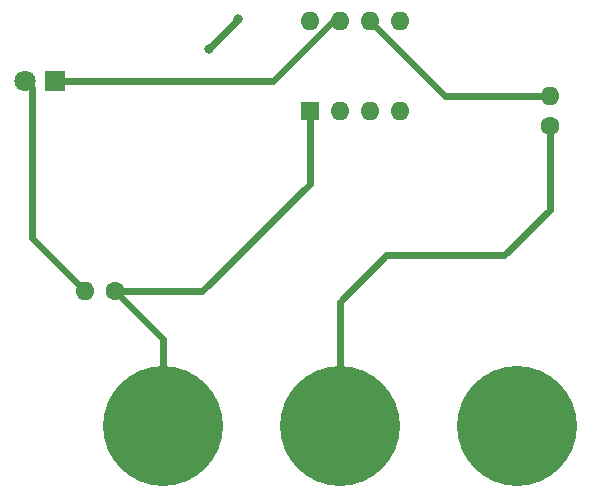
<source format=gbr>
%TF.GenerationSoftware,KiCad,Pcbnew,(5.1.6)-1*%
%TF.CreationDate,2020-06-23T22:38:07-07:00*%
%TF.ProjectId,tutorial1,7475746f-7269-4616-9c31-2e6b69636164,rev?*%
%TF.SameCoordinates,Original*%
%TF.FileFunction,Copper,L1,Top*%
%TF.FilePolarity,Positive*%
%FSLAX46Y46*%
G04 Gerber Fmt 4.6, Leading zero omitted, Abs format (unit mm)*
G04 Created by KiCad (PCBNEW (5.1.6)-1) date 2020-06-23 22:38:07*
%MOMM*%
%LPD*%
G01*
G04 APERTURE LIST*
%TA.AperFunction,ComponentPad*%
%ADD10O,1.600000X1.600000*%
%TD*%
%TA.AperFunction,ComponentPad*%
%ADD11R,1.600000X1.600000*%
%TD*%
%TA.AperFunction,ComponentPad*%
%ADD12C,1.600000*%
%TD*%
%TA.AperFunction,ComponentPad*%
%ADD13C,10.160000*%
%TD*%
%TA.AperFunction,ComponentPad*%
%ADD14C,1.800000*%
%TD*%
%TA.AperFunction,ComponentPad*%
%ADD15R,1.800000X1.800000*%
%TD*%
%TA.AperFunction,ViaPad*%
%ADD16C,0.800000*%
%TD*%
%TA.AperFunction,Conductor*%
%ADD17C,0.609600*%
%TD*%
G04 APERTURE END LIST*
D10*
%TO.P,U1,8*%
%TO.N,GND*%
X146050000Y-90170000D03*
%TO.P,U1,4*%
%TO.N,Net-(U1-Pad4)*%
X153670000Y-97790000D03*
%TO.P,U1,7*%
%TO.N,/uCtoLED*%
X148590000Y-90170000D03*
%TO.P,U1,3*%
%TO.N,Net-(U1-Pad3)*%
X151130000Y-97790000D03*
%TO.P,U1,6*%
%TO.N,/INPUT*%
X151130000Y-90170000D03*
%TO.P,U1,2*%
%TO.N,Net-(U1-Pad2)*%
X148590000Y-97790000D03*
%TO.P,U1,5*%
%TO.N,Net-(U1-Pad5)*%
X153670000Y-90170000D03*
D11*
%TO.P,U1,1*%
%TO.N,VCC*%
X146050000Y-97790000D03*
%TD*%
D10*
%TO.P,R2,2*%
%TO.N,/LEDtoR*%
X127000000Y-113030000D03*
D12*
%TO.P,R2,1*%
%TO.N,VCC*%
X129540000Y-113030000D03*
%TD*%
D10*
%TO.P,R1,2*%
%TO.N,/INPUT*%
X166370000Y-96520000D03*
D12*
%TO.P,R1,1*%
%TO.N,/INPUTtoR*%
X166370000Y-99060000D03*
%TD*%
D13*
%TO.P,J1,2*%
%TO.N,/INPUTtoR*%
X148590000Y-124460000D03*
%TO.P,J1,3*%
%TO.N,GND*%
X163570000Y-124460000D03*
%TO.P,J1,1*%
%TO.N,VCC*%
X133600000Y-124460000D03*
%TD*%
D14*
%TO.P,D1,2*%
%TO.N,/LEDtoR*%
X121920000Y-95250000D03*
D15*
%TO.P,D1,1*%
%TO.N,/uCtoLED*%
X124460000Y-95250000D03*
%TD*%
D16*
%TO.N,GND*%
X137500000Y-92500000D03*
X140000000Y-90000000D03*
%TD*%
D17*
%TO.N,/LEDtoR*%
X127000000Y-113030000D02*
X122500000Y-108530000D01*
X122500000Y-95830000D02*
X121920000Y-95250000D01*
X122500000Y-108530000D02*
X122500000Y-95830000D01*
%TO.N,/uCtoLED*%
X142901106Y-95250000D02*
X147981106Y-90170000D01*
X147981106Y-90170000D02*
X148590000Y-90170000D01*
X124460000Y-95250000D02*
X142901106Y-95250000D01*
%TO.N,/INPUTtoR*%
X166370000Y-99060000D02*
X166370000Y-106130000D01*
X166370000Y-106130000D02*
X162500000Y-110000000D01*
X162500000Y-110000000D02*
X152500000Y-110000000D01*
X148590000Y-113910000D02*
X148590000Y-124460000D01*
X152500000Y-110000000D02*
X148590000Y-113910000D01*
%TO.N,GND*%
X137500000Y-92500000D02*
X140000000Y-90000000D01*
%TO.N,VCC*%
X133600000Y-117090000D02*
X129540000Y-113030000D01*
X133600000Y-124460000D02*
X133600000Y-117090000D01*
X146050000Y-103950000D02*
X146050000Y-97790000D01*
X129540000Y-113030000D02*
X136970000Y-113030000D01*
X136970000Y-113030000D02*
X146050000Y-103950000D01*
%TO.N,/INPUT*%
X157480000Y-96520000D02*
X166370000Y-96520000D01*
X151130000Y-90170000D02*
X157480000Y-96520000D01*
%TD*%
M02*

</source>
